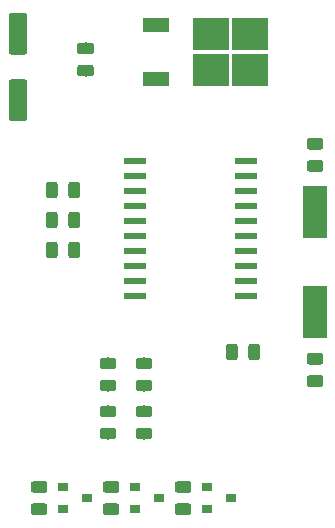
<source format=gbr>
G04 #@! TF.GenerationSoftware,KiCad,Pcbnew,5.0.2+dfsg1-1~bpo9+1*
G04 #@! TF.CreationDate,2019-09-13T19:08:42+10:00*
G04 #@! TF.ProjectId,interface,696e7465-7266-4616-9365-2e6b69636164,rev?*
G04 #@! TF.SameCoordinates,Original*
G04 #@! TF.FileFunction,Paste,Top*
G04 #@! TF.FilePolarity,Positive*
%FSLAX46Y46*%
G04 Gerber Fmt 4.6, Leading zero omitted, Abs format (unit mm)*
G04 Created by KiCad (PCBNEW 5.0.2+dfsg1-1~bpo9+1) date Пт 13 сен 2019 19:08:42*
%MOMM*%
%LPD*%
G01*
G04 APERTURE LIST*
%ADD10R,2.000000X4.500000*%
%ADD11R,1.950000X0.600000*%
%ADD12C,0.100000*%
%ADD13C,0.975000*%
%ADD14R,0.900000X0.800000*%
%ADD15C,1.600000*%
%ADD16R,2.200000X1.200000*%
%ADD17R,3.050000X2.750000*%
G04 APERTURE END LIST*
D10*
G04 #@! TO.C,Y1*
X129286000Y-82990000D03*
X129286000Y-74490000D03*
G04 #@! TD*
D11*
G04 #@! TO.C,IC1*
X123445000Y-81661000D03*
X123445000Y-80391000D03*
X123445000Y-79121000D03*
X123445000Y-77851000D03*
X123445000Y-76581000D03*
X123445000Y-75311000D03*
X123445000Y-74041000D03*
X123445000Y-72771000D03*
X123445000Y-71501000D03*
X123445000Y-70231000D03*
X114045000Y-70231000D03*
X114045000Y-71501000D03*
X114045000Y-72771000D03*
X114045000Y-74041000D03*
X114045000Y-75311000D03*
X114045000Y-76581000D03*
X114045000Y-77851000D03*
X114045000Y-79121000D03*
X114045000Y-80391000D03*
X114045000Y-81661000D03*
G04 #@! TD*
D12*
G04 #@! TO.C,R4*
G36*
X118590142Y-97303674D02*
X118613803Y-97307184D01*
X118637007Y-97312996D01*
X118659529Y-97321054D01*
X118681153Y-97331282D01*
X118701670Y-97343579D01*
X118720883Y-97357829D01*
X118738607Y-97373893D01*
X118754671Y-97391617D01*
X118768921Y-97410830D01*
X118781218Y-97431347D01*
X118791446Y-97452971D01*
X118799504Y-97475493D01*
X118805316Y-97498697D01*
X118808826Y-97522358D01*
X118810000Y-97546250D01*
X118810000Y-98033750D01*
X118808826Y-98057642D01*
X118805316Y-98081303D01*
X118799504Y-98104507D01*
X118791446Y-98127029D01*
X118781218Y-98148653D01*
X118768921Y-98169170D01*
X118754671Y-98188383D01*
X118738607Y-98206107D01*
X118720883Y-98222171D01*
X118701670Y-98236421D01*
X118681153Y-98248718D01*
X118659529Y-98258946D01*
X118637007Y-98267004D01*
X118613803Y-98272816D01*
X118590142Y-98276326D01*
X118566250Y-98277500D01*
X117653750Y-98277500D01*
X117629858Y-98276326D01*
X117606197Y-98272816D01*
X117582993Y-98267004D01*
X117560471Y-98258946D01*
X117538847Y-98248718D01*
X117518330Y-98236421D01*
X117499117Y-98222171D01*
X117481393Y-98206107D01*
X117465329Y-98188383D01*
X117451079Y-98169170D01*
X117438782Y-98148653D01*
X117428554Y-98127029D01*
X117420496Y-98104507D01*
X117414684Y-98081303D01*
X117411174Y-98057642D01*
X117410000Y-98033750D01*
X117410000Y-97546250D01*
X117411174Y-97522358D01*
X117414684Y-97498697D01*
X117420496Y-97475493D01*
X117428554Y-97452971D01*
X117438782Y-97431347D01*
X117451079Y-97410830D01*
X117465329Y-97391617D01*
X117481393Y-97373893D01*
X117499117Y-97357829D01*
X117518330Y-97343579D01*
X117538847Y-97331282D01*
X117560471Y-97321054D01*
X117582993Y-97312996D01*
X117606197Y-97307184D01*
X117629858Y-97303674D01*
X117653750Y-97302500D01*
X118566250Y-97302500D01*
X118590142Y-97303674D01*
X118590142Y-97303674D01*
G37*
D13*
X118110000Y-97790000D03*
D12*
G36*
X118590142Y-99178674D02*
X118613803Y-99182184D01*
X118637007Y-99187996D01*
X118659529Y-99196054D01*
X118681153Y-99206282D01*
X118701670Y-99218579D01*
X118720883Y-99232829D01*
X118738607Y-99248893D01*
X118754671Y-99266617D01*
X118768921Y-99285830D01*
X118781218Y-99306347D01*
X118791446Y-99327971D01*
X118799504Y-99350493D01*
X118805316Y-99373697D01*
X118808826Y-99397358D01*
X118810000Y-99421250D01*
X118810000Y-99908750D01*
X118808826Y-99932642D01*
X118805316Y-99956303D01*
X118799504Y-99979507D01*
X118791446Y-100002029D01*
X118781218Y-100023653D01*
X118768921Y-100044170D01*
X118754671Y-100063383D01*
X118738607Y-100081107D01*
X118720883Y-100097171D01*
X118701670Y-100111421D01*
X118681153Y-100123718D01*
X118659529Y-100133946D01*
X118637007Y-100142004D01*
X118613803Y-100147816D01*
X118590142Y-100151326D01*
X118566250Y-100152500D01*
X117653750Y-100152500D01*
X117629858Y-100151326D01*
X117606197Y-100147816D01*
X117582993Y-100142004D01*
X117560471Y-100133946D01*
X117538847Y-100123718D01*
X117518330Y-100111421D01*
X117499117Y-100097171D01*
X117481393Y-100081107D01*
X117465329Y-100063383D01*
X117451079Y-100044170D01*
X117438782Y-100023653D01*
X117428554Y-100002029D01*
X117420496Y-99979507D01*
X117414684Y-99956303D01*
X117411174Y-99932642D01*
X117410000Y-99908750D01*
X117410000Y-99421250D01*
X117411174Y-99397358D01*
X117414684Y-99373697D01*
X117420496Y-99350493D01*
X117428554Y-99327971D01*
X117438782Y-99306347D01*
X117451079Y-99285830D01*
X117465329Y-99266617D01*
X117481393Y-99248893D01*
X117499117Y-99232829D01*
X117518330Y-99218579D01*
X117538847Y-99206282D01*
X117560471Y-99196054D01*
X117582993Y-99187996D01*
X117606197Y-99182184D01*
X117629858Y-99178674D01*
X117653750Y-99177500D01*
X118566250Y-99177500D01*
X118590142Y-99178674D01*
X118590142Y-99178674D01*
G37*
D13*
X118110000Y-99665000D03*
G04 #@! TD*
D12*
G04 #@! TO.C,D1*
G36*
X112240142Y-86841174D02*
X112263803Y-86844684D01*
X112287007Y-86850496D01*
X112309529Y-86858554D01*
X112331153Y-86868782D01*
X112351670Y-86881079D01*
X112370883Y-86895329D01*
X112388607Y-86911393D01*
X112404671Y-86929117D01*
X112418921Y-86948330D01*
X112431218Y-86968847D01*
X112441446Y-86990471D01*
X112449504Y-87012993D01*
X112455316Y-87036197D01*
X112458826Y-87059858D01*
X112460000Y-87083750D01*
X112460000Y-87571250D01*
X112458826Y-87595142D01*
X112455316Y-87618803D01*
X112449504Y-87642007D01*
X112441446Y-87664529D01*
X112431218Y-87686153D01*
X112418921Y-87706670D01*
X112404671Y-87725883D01*
X112388607Y-87743607D01*
X112370883Y-87759671D01*
X112351670Y-87773921D01*
X112331153Y-87786218D01*
X112309529Y-87796446D01*
X112287007Y-87804504D01*
X112263803Y-87810316D01*
X112240142Y-87813826D01*
X112216250Y-87815000D01*
X111303750Y-87815000D01*
X111279858Y-87813826D01*
X111256197Y-87810316D01*
X111232993Y-87804504D01*
X111210471Y-87796446D01*
X111188847Y-87786218D01*
X111168330Y-87773921D01*
X111149117Y-87759671D01*
X111131393Y-87743607D01*
X111115329Y-87725883D01*
X111101079Y-87706670D01*
X111088782Y-87686153D01*
X111078554Y-87664529D01*
X111070496Y-87642007D01*
X111064684Y-87618803D01*
X111061174Y-87595142D01*
X111060000Y-87571250D01*
X111060000Y-87083750D01*
X111061174Y-87059858D01*
X111064684Y-87036197D01*
X111070496Y-87012993D01*
X111078554Y-86990471D01*
X111088782Y-86968847D01*
X111101079Y-86948330D01*
X111115329Y-86929117D01*
X111131393Y-86911393D01*
X111149117Y-86895329D01*
X111168330Y-86881079D01*
X111188847Y-86868782D01*
X111210471Y-86858554D01*
X111232993Y-86850496D01*
X111256197Y-86844684D01*
X111279858Y-86841174D01*
X111303750Y-86840000D01*
X112216250Y-86840000D01*
X112240142Y-86841174D01*
X112240142Y-86841174D01*
G37*
D13*
X111760000Y-87327500D03*
D12*
G36*
X112240142Y-88716174D02*
X112263803Y-88719684D01*
X112287007Y-88725496D01*
X112309529Y-88733554D01*
X112331153Y-88743782D01*
X112351670Y-88756079D01*
X112370883Y-88770329D01*
X112388607Y-88786393D01*
X112404671Y-88804117D01*
X112418921Y-88823330D01*
X112431218Y-88843847D01*
X112441446Y-88865471D01*
X112449504Y-88887993D01*
X112455316Y-88911197D01*
X112458826Y-88934858D01*
X112460000Y-88958750D01*
X112460000Y-89446250D01*
X112458826Y-89470142D01*
X112455316Y-89493803D01*
X112449504Y-89517007D01*
X112441446Y-89539529D01*
X112431218Y-89561153D01*
X112418921Y-89581670D01*
X112404671Y-89600883D01*
X112388607Y-89618607D01*
X112370883Y-89634671D01*
X112351670Y-89648921D01*
X112331153Y-89661218D01*
X112309529Y-89671446D01*
X112287007Y-89679504D01*
X112263803Y-89685316D01*
X112240142Y-89688826D01*
X112216250Y-89690000D01*
X111303750Y-89690000D01*
X111279858Y-89688826D01*
X111256197Y-89685316D01*
X111232993Y-89679504D01*
X111210471Y-89671446D01*
X111188847Y-89661218D01*
X111168330Y-89648921D01*
X111149117Y-89634671D01*
X111131393Y-89618607D01*
X111115329Y-89600883D01*
X111101079Y-89581670D01*
X111088782Y-89561153D01*
X111078554Y-89539529D01*
X111070496Y-89517007D01*
X111064684Y-89493803D01*
X111061174Y-89470142D01*
X111060000Y-89446250D01*
X111060000Y-88958750D01*
X111061174Y-88934858D01*
X111064684Y-88911197D01*
X111070496Y-88887993D01*
X111078554Y-88865471D01*
X111088782Y-88843847D01*
X111101079Y-88823330D01*
X111115329Y-88804117D01*
X111131393Y-88786393D01*
X111149117Y-88770329D01*
X111168330Y-88756079D01*
X111188847Y-88743782D01*
X111210471Y-88733554D01*
X111232993Y-88725496D01*
X111256197Y-88719684D01*
X111279858Y-88716174D01*
X111303750Y-88715000D01*
X112216250Y-88715000D01*
X112240142Y-88716174D01*
X112240142Y-88716174D01*
G37*
D13*
X111760000Y-89202500D03*
G04 #@! TD*
D12*
G04 #@! TO.C,D2*
G36*
X115288142Y-88716174D02*
X115311803Y-88719684D01*
X115335007Y-88725496D01*
X115357529Y-88733554D01*
X115379153Y-88743782D01*
X115399670Y-88756079D01*
X115418883Y-88770329D01*
X115436607Y-88786393D01*
X115452671Y-88804117D01*
X115466921Y-88823330D01*
X115479218Y-88843847D01*
X115489446Y-88865471D01*
X115497504Y-88887993D01*
X115503316Y-88911197D01*
X115506826Y-88934858D01*
X115508000Y-88958750D01*
X115508000Y-89446250D01*
X115506826Y-89470142D01*
X115503316Y-89493803D01*
X115497504Y-89517007D01*
X115489446Y-89539529D01*
X115479218Y-89561153D01*
X115466921Y-89581670D01*
X115452671Y-89600883D01*
X115436607Y-89618607D01*
X115418883Y-89634671D01*
X115399670Y-89648921D01*
X115379153Y-89661218D01*
X115357529Y-89671446D01*
X115335007Y-89679504D01*
X115311803Y-89685316D01*
X115288142Y-89688826D01*
X115264250Y-89690000D01*
X114351750Y-89690000D01*
X114327858Y-89688826D01*
X114304197Y-89685316D01*
X114280993Y-89679504D01*
X114258471Y-89671446D01*
X114236847Y-89661218D01*
X114216330Y-89648921D01*
X114197117Y-89634671D01*
X114179393Y-89618607D01*
X114163329Y-89600883D01*
X114149079Y-89581670D01*
X114136782Y-89561153D01*
X114126554Y-89539529D01*
X114118496Y-89517007D01*
X114112684Y-89493803D01*
X114109174Y-89470142D01*
X114108000Y-89446250D01*
X114108000Y-88958750D01*
X114109174Y-88934858D01*
X114112684Y-88911197D01*
X114118496Y-88887993D01*
X114126554Y-88865471D01*
X114136782Y-88843847D01*
X114149079Y-88823330D01*
X114163329Y-88804117D01*
X114179393Y-88786393D01*
X114197117Y-88770329D01*
X114216330Y-88756079D01*
X114236847Y-88743782D01*
X114258471Y-88733554D01*
X114280993Y-88725496D01*
X114304197Y-88719684D01*
X114327858Y-88716174D01*
X114351750Y-88715000D01*
X115264250Y-88715000D01*
X115288142Y-88716174D01*
X115288142Y-88716174D01*
G37*
D13*
X114808000Y-89202500D03*
D12*
G36*
X115288142Y-86841174D02*
X115311803Y-86844684D01*
X115335007Y-86850496D01*
X115357529Y-86858554D01*
X115379153Y-86868782D01*
X115399670Y-86881079D01*
X115418883Y-86895329D01*
X115436607Y-86911393D01*
X115452671Y-86929117D01*
X115466921Y-86948330D01*
X115479218Y-86968847D01*
X115489446Y-86990471D01*
X115497504Y-87012993D01*
X115503316Y-87036197D01*
X115506826Y-87059858D01*
X115508000Y-87083750D01*
X115508000Y-87571250D01*
X115506826Y-87595142D01*
X115503316Y-87618803D01*
X115497504Y-87642007D01*
X115489446Y-87664529D01*
X115479218Y-87686153D01*
X115466921Y-87706670D01*
X115452671Y-87725883D01*
X115436607Y-87743607D01*
X115418883Y-87759671D01*
X115399670Y-87773921D01*
X115379153Y-87786218D01*
X115357529Y-87796446D01*
X115335007Y-87804504D01*
X115311803Y-87810316D01*
X115288142Y-87813826D01*
X115264250Y-87815000D01*
X114351750Y-87815000D01*
X114327858Y-87813826D01*
X114304197Y-87810316D01*
X114280993Y-87804504D01*
X114258471Y-87796446D01*
X114236847Y-87786218D01*
X114216330Y-87773921D01*
X114197117Y-87759671D01*
X114179393Y-87743607D01*
X114163329Y-87725883D01*
X114149079Y-87706670D01*
X114136782Y-87686153D01*
X114126554Y-87664529D01*
X114118496Y-87642007D01*
X114112684Y-87618803D01*
X114109174Y-87595142D01*
X114108000Y-87571250D01*
X114108000Y-87083750D01*
X114109174Y-87059858D01*
X114112684Y-87036197D01*
X114118496Y-87012993D01*
X114126554Y-86990471D01*
X114136782Y-86968847D01*
X114149079Y-86948330D01*
X114163329Y-86929117D01*
X114179393Y-86911393D01*
X114197117Y-86895329D01*
X114216330Y-86881079D01*
X114236847Y-86868782D01*
X114258471Y-86858554D01*
X114280993Y-86850496D01*
X114304197Y-86844684D01*
X114327858Y-86841174D01*
X114351750Y-86840000D01*
X115264250Y-86840000D01*
X115288142Y-86841174D01*
X115288142Y-86841174D01*
G37*
D13*
X114808000Y-87327500D03*
G04 #@! TD*
D14*
G04 #@! TO.C,D3*
X120158000Y-97777500D03*
X120158000Y-99677500D03*
X122158000Y-98727500D03*
G04 #@! TD*
G04 #@! TO.C,D5*
X109966000Y-98727500D03*
X107966000Y-99677500D03*
X107966000Y-97777500D03*
G04 #@! TD*
G04 #@! TO.C,D4*
X114062000Y-97777500D03*
X114062000Y-99677500D03*
X116062000Y-98727500D03*
G04 #@! TD*
D12*
G04 #@! TO.C,C4*
G36*
X104714504Y-57681204D02*
X104738773Y-57684804D01*
X104762571Y-57690765D01*
X104785671Y-57699030D01*
X104807849Y-57709520D01*
X104828893Y-57722133D01*
X104848598Y-57736747D01*
X104866777Y-57753223D01*
X104883253Y-57771402D01*
X104897867Y-57791107D01*
X104910480Y-57812151D01*
X104920970Y-57834329D01*
X104929235Y-57857429D01*
X104935196Y-57881227D01*
X104938796Y-57905496D01*
X104940000Y-57930000D01*
X104940000Y-60930000D01*
X104938796Y-60954504D01*
X104935196Y-60978773D01*
X104929235Y-61002571D01*
X104920970Y-61025671D01*
X104910480Y-61047849D01*
X104897867Y-61068893D01*
X104883253Y-61088598D01*
X104866777Y-61106777D01*
X104848598Y-61123253D01*
X104828893Y-61137867D01*
X104807849Y-61150480D01*
X104785671Y-61160970D01*
X104762571Y-61169235D01*
X104738773Y-61175196D01*
X104714504Y-61178796D01*
X104690000Y-61180000D01*
X103590000Y-61180000D01*
X103565496Y-61178796D01*
X103541227Y-61175196D01*
X103517429Y-61169235D01*
X103494329Y-61160970D01*
X103472151Y-61150480D01*
X103451107Y-61137867D01*
X103431402Y-61123253D01*
X103413223Y-61106777D01*
X103396747Y-61088598D01*
X103382133Y-61068893D01*
X103369520Y-61047849D01*
X103359030Y-61025671D01*
X103350765Y-61002571D01*
X103344804Y-60978773D01*
X103341204Y-60954504D01*
X103340000Y-60930000D01*
X103340000Y-57930000D01*
X103341204Y-57905496D01*
X103344804Y-57881227D01*
X103350765Y-57857429D01*
X103359030Y-57834329D01*
X103369520Y-57812151D01*
X103382133Y-57791107D01*
X103396747Y-57771402D01*
X103413223Y-57753223D01*
X103431402Y-57736747D01*
X103451107Y-57722133D01*
X103472151Y-57709520D01*
X103494329Y-57699030D01*
X103517429Y-57690765D01*
X103541227Y-57684804D01*
X103565496Y-57681204D01*
X103590000Y-57680000D01*
X104690000Y-57680000D01*
X104714504Y-57681204D01*
X104714504Y-57681204D01*
G37*
D15*
X104140000Y-59430000D03*
D12*
G36*
X104714504Y-63281204D02*
X104738773Y-63284804D01*
X104762571Y-63290765D01*
X104785671Y-63299030D01*
X104807849Y-63309520D01*
X104828893Y-63322133D01*
X104848598Y-63336747D01*
X104866777Y-63353223D01*
X104883253Y-63371402D01*
X104897867Y-63391107D01*
X104910480Y-63412151D01*
X104920970Y-63434329D01*
X104929235Y-63457429D01*
X104935196Y-63481227D01*
X104938796Y-63505496D01*
X104940000Y-63530000D01*
X104940000Y-66530000D01*
X104938796Y-66554504D01*
X104935196Y-66578773D01*
X104929235Y-66602571D01*
X104920970Y-66625671D01*
X104910480Y-66647849D01*
X104897867Y-66668893D01*
X104883253Y-66688598D01*
X104866777Y-66706777D01*
X104848598Y-66723253D01*
X104828893Y-66737867D01*
X104807849Y-66750480D01*
X104785671Y-66760970D01*
X104762571Y-66769235D01*
X104738773Y-66775196D01*
X104714504Y-66778796D01*
X104690000Y-66780000D01*
X103590000Y-66780000D01*
X103565496Y-66778796D01*
X103541227Y-66775196D01*
X103517429Y-66769235D01*
X103494329Y-66760970D01*
X103472151Y-66750480D01*
X103451107Y-66737867D01*
X103431402Y-66723253D01*
X103413223Y-66706777D01*
X103396747Y-66688598D01*
X103382133Y-66668893D01*
X103369520Y-66647849D01*
X103359030Y-66625671D01*
X103350765Y-66602571D01*
X103344804Y-66578773D01*
X103341204Y-66554504D01*
X103340000Y-66530000D01*
X103340000Y-63530000D01*
X103341204Y-63505496D01*
X103344804Y-63481227D01*
X103350765Y-63457429D01*
X103359030Y-63434329D01*
X103369520Y-63412151D01*
X103382133Y-63391107D01*
X103396747Y-63371402D01*
X103413223Y-63353223D01*
X103431402Y-63336747D01*
X103451107Y-63322133D01*
X103472151Y-63309520D01*
X103494329Y-63299030D01*
X103517429Y-63290765D01*
X103541227Y-63284804D01*
X103565496Y-63281204D01*
X103590000Y-63280000D01*
X104690000Y-63280000D01*
X104714504Y-63281204D01*
X104714504Y-63281204D01*
G37*
D15*
X104140000Y-65030000D03*
G04 #@! TD*
D12*
G04 #@! TO.C,C2*
G36*
X129766142Y-70125674D02*
X129789803Y-70129184D01*
X129813007Y-70134996D01*
X129835529Y-70143054D01*
X129857153Y-70153282D01*
X129877670Y-70165579D01*
X129896883Y-70179829D01*
X129914607Y-70195893D01*
X129930671Y-70213617D01*
X129944921Y-70232830D01*
X129957218Y-70253347D01*
X129967446Y-70274971D01*
X129975504Y-70297493D01*
X129981316Y-70320697D01*
X129984826Y-70344358D01*
X129986000Y-70368250D01*
X129986000Y-70855750D01*
X129984826Y-70879642D01*
X129981316Y-70903303D01*
X129975504Y-70926507D01*
X129967446Y-70949029D01*
X129957218Y-70970653D01*
X129944921Y-70991170D01*
X129930671Y-71010383D01*
X129914607Y-71028107D01*
X129896883Y-71044171D01*
X129877670Y-71058421D01*
X129857153Y-71070718D01*
X129835529Y-71080946D01*
X129813007Y-71089004D01*
X129789803Y-71094816D01*
X129766142Y-71098326D01*
X129742250Y-71099500D01*
X128829750Y-71099500D01*
X128805858Y-71098326D01*
X128782197Y-71094816D01*
X128758993Y-71089004D01*
X128736471Y-71080946D01*
X128714847Y-71070718D01*
X128694330Y-71058421D01*
X128675117Y-71044171D01*
X128657393Y-71028107D01*
X128641329Y-71010383D01*
X128627079Y-70991170D01*
X128614782Y-70970653D01*
X128604554Y-70949029D01*
X128596496Y-70926507D01*
X128590684Y-70903303D01*
X128587174Y-70879642D01*
X128586000Y-70855750D01*
X128586000Y-70368250D01*
X128587174Y-70344358D01*
X128590684Y-70320697D01*
X128596496Y-70297493D01*
X128604554Y-70274971D01*
X128614782Y-70253347D01*
X128627079Y-70232830D01*
X128641329Y-70213617D01*
X128657393Y-70195893D01*
X128675117Y-70179829D01*
X128694330Y-70165579D01*
X128714847Y-70153282D01*
X128736471Y-70143054D01*
X128758993Y-70134996D01*
X128782197Y-70129184D01*
X128805858Y-70125674D01*
X128829750Y-70124500D01*
X129742250Y-70124500D01*
X129766142Y-70125674D01*
X129766142Y-70125674D01*
G37*
D13*
X129286000Y-70612000D03*
D12*
G36*
X129766142Y-68250674D02*
X129789803Y-68254184D01*
X129813007Y-68259996D01*
X129835529Y-68268054D01*
X129857153Y-68278282D01*
X129877670Y-68290579D01*
X129896883Y-68304829D01*
X129914607Y-68320893D01*
X129930671Y-68338617D01*
X129944921Y-68357830D01*
X129957218Y-68378347D01*
X129967446Y-68399971D01*
X129975504Y-68422493D01*
X129981316Y-68445697D01*
X129984826Y-68469358D01*
X129986000Y-68493250D01*
X129986000Y-68980750D01*
X129984826Y-69004642D01*
X129981316Y-69028303D01*
X129975504Y-69051507D01*
X129967446Y-69074029D01*
X129957218Y-69095653D01*
X129944921Y-69116170D01*
X129930671Y-69135383D01*
X129914607Y-69153107D01*
X129896883Y-69169171D01*
X129877670Y-69183421D01*
X129857153Y-69195718D01*
X129835529Y-69205946D01*
X129813007Y-69214004D01*
X129789803Y-69219816D01*
X129766142Y-69223326D01*
X129742250Y-69224500D01*
X128829750Y-69224500D01*
X128805858Y-69223326D01*
X128782197Y-69219816D01*
X128758993Y-69214004D01*
X128736471Y-69205946D01*
X128714847Y-69195718D01*
X128694330Y-69183421D01*
X128675117Y-69169171D01*
X128657393Y-69153107D01*
X128641329Y-69135383D01*
X128627079Y-69116170D01*
X128614782Y-69095653D01*
X128604554Y-69074029D01*
X128596496Y-69051507D01*
X128590684Y-69028303D01*
X128587174Y-69004642D01*
X128586000Y-68980750D01*
X128586000Y-68493250D01*
X128587174Y-68469358D01*
X128590684Y-68445697D01*
X128596496Y-68422493D01*
X128604554Y-68399971D01*
X128614782Y-68378347D01*
X128627079Y-68357830D01*
X128641329Y-68338617D01*
X128657393Y-68320893D01*
X128675117Y-68304829D01*
X128694330Y-68290579D01*
X128714847Y-68278282D01*
X128736471Y-68268054D01*
X128758993Y-68259996D01*
X128782197Y-68254184D01*
X128805858Y-68250674D01*
X128829750Y-68249500D01*
X129742250Y-68249500D01*
X129766142Y-68250674D01*
X129766142Y-68250674D01*
G37*
D13*
X129286000Y-68737000D03*
G04 #@! TD*
D12*
G04 #@! TO.C,C3*
G36*
X110335142Y-62046174D02*
X110358803Y-62049684D01*
X110382007Y-62055496D01*
X110404529Y-62063554D01*
X110426153Y-62073782D01*
X110446670Y-62086079D01*
X110465883Y-62100329D01*
X110483607Y-62116393D01*
X110499671Y-62134117D01*
X110513921Y-62153330D01*
X110526218Y-62173847D01*
X110536446Y-62195471D01*
X110544504Y-62217993D01*
X110550316Y-62241197D01*
X110553826Y-62264858D01*
X110555000Y-62288750D01*
X110555000Y-62776250D01*
X110553826Y-62800142D01*
X110550316Y-62823803D01*
X110544504Y-62847007D01*
X110536446Y-62869529D01*
X110526218Y-62891153D01*
X110513921Y-62911670D01*
X110499671Y-62930883D01*
X110483607Y-62948607D01*
X110465883Y-62964671D01*
X110446670Y-62978921D01*
X110426153Y-62991218D01*
X110404529Y-63001446D01*
X110382007Y-63009504D01*
X110358803Y-63015316D01*
X110335142Y-63018826D01*
X110311250Y-63020000D01*
X109398750Y-63020000D01*
X109374858Y-63018826D01*
X109351197Y-63015316D01*
X109327993Y-63009504D01*
X109305471Y-63001446D01*
X109283847Y-62991218D01*
X109263330Y-62978921D01*
X109244117Y-62964671D01*
X109226393Y-62948607D01*
X109210329Y-62930883D01*
X109196079Y-62911670D01*
X109183782Y-62891153D01*
X109173554Y-62869529D01*
X109165496Y-62847007D01*
X109159684Y-62823803D01*
X109156174Y-62800142D01*
X109155000Y-62776250D01*
X109155000Y-62288750D01*
X109156174Y-62264858D01*
X109159684Y-62241197D01*
X109165496Y-62217993D01*
X109173554Y-62195471D01*
X109183782Y-62173847D01*
X109196079Y-62153330D01*
X109210329Y-62134117D01*
X109226393Y-62116393D01*
X109244117Y-62100329D01*
X109263330Y-62086079D01*
X109283847Y-62073782D01*
X109305471Y-62063554D01*
X109327993Y-62055496D01*
X109351197Y-62049684D01*
X109374858Y-62046174D01*
X109398750Y-62045000D01*
X110311250Y-62045000D01*
X110335142Y-62046174D01*
X110335142Y-62046174D01*
G37*
D13*
X109855000Y-62532500D03*
D12*
G36*
X110335142Y-60171174D02*
X110358803Y-60174684D01*
X110382007Y-60180496D01*
X110404529Y-60188554D01*
X110426153Y-60198782D01*
X110446670Y-60211079D01*
X110465883Y-60225329D01*
X110483607Y-60241393D01*
X110499671Y-60259117D01*
X110513921Y-60278330D01*
X110526218Y-60298847D01*
X110536446Y-60320471D01*
X110544504Y-60342993D01*
X110550316Y-60366197D01*
X110553826Y-60389858D01*
X110555000Y-60413750D01*
X110555000Y-60901250D01*
X110553826Y-60925142D01*
X110550316Y-60948803D01*
X110544504Y-60972007D01*
X110536446Y-60994529D01*
X110526218Y-61016153D01*
X110513921Y-61036670D01*
X110499671Y-61055883D01*
X110483607Y-61073607D01*
X110465883Y-61089671D01*
X110446670Y-61103921D01*
X110426153Y-61116218D01*
X110404529Y-61126446D01*
X110382007Y-61134504D01*
X110358803Y-61140316D01*
X110335142Y-61143826D01*
X110311250Y-61145000D01*
X109398750Y-61145000D01*
X109374858Y-61143826D01*
X109351197Y-61140316D01*
X109327993Y-61134504D01*
X109305471Y-61126446D01*
X109283847Y-61116218D01*
X109263330Y-61103921D01*
X109244117Y-61089671D01*
X109226393Y-61073607D01*
X109210329Y-61055883D01*
X109196079Y-61036670D01*
X109183782Y-61016153D01*
X109173554Y-60994529D01*
X109165496Y-60972007D01*
X109159684Y-60948803D01*
X109156174Y-60925142D01*
X109155000Y-60901250D01*
X109155000Y-60413750D01*
X109156174Y-60389858D01*
X109159684Y-60366197D01*
X109165496Y-60342993D01*
X109173554Y-60320471D01*
X109183782Y-60298847D01*
X109196079Y-60278330D01*
X109210329Y-60259117D01*
X109226393Y-60241393D01*
X109244117Y-60225329D01*
X109263330Y-60211079D01*
X109283847Y-60198782D01*
X109305471Y-60188554D01*
X109327993Y-60180496D01*
X109351197Y-60174684D01*
X109374858Y-60171174D01*
X109398750Y-60170000D01*
X110311250Y-60170000D01*
X110335142Y-60171174D01*
X110335142Y-60171174D01*
G37*
D13*
X109855000Y-60657500D03*
G04 #@! TD*
D12*
G04 #@! TO.C,C1*
G36*
X129766142Y-86460174D02*
X129789803Y-86463684D01*
X129813007Y-86469496D01*
X129835529Y-86477554D01*
X129857153Y-86487782D01*
X129877670Y-86500079D01*
X129896883Y-86514329D01*
X129914607Y-86530393D01*
X129930671Y-86548117D01*
X129944921Y-86567330D01*
X129957218Y-86587847D01*
X129967446Y-86609471D01*
X129975504Y-86631993D01*
X129981316Y-86655197D01*
X129984826Y-86678858D01*
X129986000Y-86702750D01*
X129986000Y-87190250D01*
X129984826Y-87214142D01*
X129981316Y-87237803D01*
X129975504Y-87261007D01*
X129967446Y-87283529D01*
X129957218Y-87305153D01*
X129944921Y-87325670D01*
X129930671Y-87344883D01*
X129914607Y-87362607D01*
X129896883Y-87378671D01*
X129877670Y-87392921D01*
X129857153Y-87405218D01*
X129835529Y-87415446D01*
X129813007Y-87423504D01*
X129789803Y-87429316D01*
X129766142Y-87432826D01*
X129742250Y-87434000D01*
X128829750Y-87434000D01*
X128805858Y-87432826D01*
X128782197Y-87429316D01*
X128758993Y-87423504D01*
X128736471Y-87415446D01*
X128714847Y-87405218D01*
X128694330Y-87392921D01*
X128675117Y-87378671D01*
X128657393Y-87362607D01*
X128641329Y-87344883D01*
X128627079Y-87325670D01*
X128614782Y-87305153D01*
X128604554Y-87283529D01*
X128596496Y-87261007D01*
X128590684Y-87237803D01*
X128587174Y-87214142D01*
X128586000Y-87190250D01*
X128586000Y-86702750D01*
X128587174Y-86678858D01*
X128590684Y-86655197D01*
X128596496Y-86631993D01*
X128604554Y-86609471D01*
X128614782Y-86587847D01*
X128627079Y-86567330D01*
X128641329Y-86548117D01*
X128657393Y-86530393D01*
X128675117Y-86514329D01*
X128694330Y-86500079D01*
X128714847Y-86487782D01*
X128736471Y-86477554D01*
X128758993Y-86469496D01*
X128782197Y-86463684D01*
X128805858Y-86460174D01*
X128829750Y-86459000D01*
X129742250Y-86459000D01*
X129766142Y-86460174D01*
X129766142Y-86460174D01*
G37*
D13*
X129286000Y-86946500D03*
D12*
G36*
X129766142Y-88335174D02*
X129789803Y-88338684D01*
X129813007Y-88344496D01*
X129835529Y-88352554D01*
X129857153Y-88362782D01*
X129877670Y-88375079D01*
X129896883Y-88389329D01*
X129914607Y-88405393D01*
X129930671Y-88423117D01*
X129944921Y-88442330D01*
X129957218Y-88462847D01*
X129967446Y-88484471D01*
X129975504Y-88506993D01*
X129981316Y-88530197D01*
X129984826Y-88553858D01*
X129986000Y-88577750D01*
X129986000Y-89065250D01*
X129984826Y-89089142D01*
X129981316Y-89112803D01*
X129975504Y-89136007D01*
X129967446Y-89158529D01*
X129957218Y-89180153D01*
X129944921Y-89200670D01*
X129930671Y-89219883D01*
X129914607Y-89237607D01*
X129896883Y-89253671D01*
X129877670Y-89267921D01*
X129857153Y-89280218D01*
X129835529Y-89290446D01*
X129813007Y-89298504D01*
X129789803Y-89304316D01*
X129766142Y-89307826D01*
X129742250Y-89309000D01*
X128829750Y-89309000D01*
X128805858Y-89307826D01*
X128782197Y-89304316D01*
X128758993Y-89298504D01*
X128736471Y-89290446D01*
X128714847Y-89280218D01*
X128694330Y-89267921D01*
X128675117Y-89253671D01*
X128657393Y-89237607D01*
X128641329Y-89219883D01*
X128627079Y-89200670D01*
X128614782Y-89180153D01*
X128604554Y-89158529D01*
X128596496Y-89136007D01*
X128590684Y-89112803D01*
X128587174Y-89089142D01*
X128586000Y-89065250D01*
X128586000Y-88577750D01*
X128587174Y-88553858D01*
X128590684Y-88530197D01*
X128596496Y-88506993D01*
X128604554Y-88484471D01*
X128614782Y-88462847D01*
X128627079Y-88442330D01*
X128641329Y-88423117D01*
X128657393Y-88405393D01*
X128675117Y-88389329D01*
X128694330Y-88375079D01*
X128714847Y-88362782D01*
X128736471Y-88352554D01*
X128758993Y-88344496D01*
X128782197Y-88338684D01*
X128805858Y-88335174D01*
X128829750Y-88334000D01*
X129742250Y-88334000D01*
X129766142Y-88335174D01*
X129766142Y-88335174D01*
G37*
D13*
X129286000Y-88821500D03*
G04 #@! TD*
D16*
G04 #@! TO.C,U1*
X115815000Y-58680000D03*
X115815000Y-63240000D03*
D17*
X123790000Y-62485000D03*
X120440000Y-59435000D03*
X123790000Y-59435000D03*
X120440000Y-62485000D03*
G04 #@! TD*
D12*
G04 #@! TO.C,R3*
G36*
X115288142Y-92780174D02*
X115311803Y-92783684D01*
X115335007Y-92789496D01*
X115357529Y-92797554D01*
X115379153Y-92807782D01*
X115399670Y-92820079D01*
X115418883Y-92834329D01*
X115436607Y-92850393D01*
X115452671Y-92868117D01*
X115466921Y-92887330D01*
X115479218Y-92907847D01*
X115489446Y-92929471D01*
X115497504Y-92951993D01*
X115503316Y-92975197D01*
X115506826Y-92998858D01*
X115508000Y-93022750D01*
X115508000Y-93510250D01*
X115506826Y-93534142D01*
X115503316Y-93557803D01*
X115497504Y-93581007D01*
X115489446Y-93603529D01*
X115479218Y-93625153D01*
X115466921Y-93645670D01*
X115452671Y-93664883D01*
X115436607Y-93682607D01*
X115418883Y-93698671D01*
X115399670Y-93712921D01*
X115379153Y-93725218D01*
X115357529Y-93735446D01*
X115335007Y-93743504D01*
X115311803Y-93749316D01*
X115288142Y-93752826D01*
X115264250Y-93754000D01*
X114351750Y-93754000D01*
X114327858Y-93752826D01*
X114304197Y-93749316D01*
X114280993Y-93743504D01*
X114258471Y-93735446D01*
X114236847Y-93725218D01*
X114216330Y-93712921D01*
X114197117Y-93698671D01*
X114179393Y-93682607D01*
X114163329Y-93664883D01*
X114149079Y-93645670D01*
X114136782Y-93625153D01*
X114126554Y-93603529D01*
X114118496Y-93581007D01*
X114112684Y-93557803D01*
X114109174Y-93534142D01*
X114108000Y-93510250D01*
X114108000Y-93022750D01*
X114109174Y-92998858D01*
X114112684Y-92975197D01*
X114118496Y-92951993D01*
X114126554Y-92929471D01*
X114136782Y-92907847D01*
X114149079Y-92887330D01*
X114163329Y-92868117D01*
X114179393Y-92850393D01*
X114197117Y-92834329D01*
X114216330Y-92820079D01*
X114236847Y-92807782D01*
X114258471Y-92797554D01*
X114280993Y-92789496D01*
X114304197Y-92783684D01*
X114327858Y-92780174D01*
X114351750Y-92779000D01*
X115264250Y-92779000D01*
X115288142Y-92780174D01*
X115288142Y-92780174D01*
G37*
D13*
X114808000Y-93266500D03*
D12*
G36*
X115288142Y-90905174D02*
X115311803Y-90908684D01*
X115335007Y-90914496D01*
X115357529Y-90922554D01*
X115379153Y-90932782D01*
X115399670Y-90945079D01*
X115418883Y-90959329D01*
X115436607Y-90975393D01*
X115452671Y-90993117D01*
X115466921Y-91012330D01*
X115479218Y-91032847D01*
X115489446Y-91054471D01*
X115497504Y-91076993D01*
X115503316Y-91100197D01*
X115506826Y-91123858D01*
X115508000Y-91147750D01*
X115508000Y-91635250D01*
X115506826Y-91659142D01*
X115503316Y-91682803D01*
X115497504Y-91706007D01*
X115489446Y-91728529D01*
X115479218Y-91750153D01*
X115466921Y-91770670D01*
X115452671Y-91789883D01*
X115436607Y-91807607D01*
X115418883Y-91823671D01*
X115399670Y-91837921D01*
X115379153Y-91850218D01*
X115357529Y-91860446D01*
X115335007Y-91868504D01*
X115311803Y-91874316D01*
X115288142Y-91877826D01*
X115264250Y-91879000D01*
X114351750Y-91879000D01*
X114327858Y-91877826D01*
X114304197Y-91874316D01*
X114280993Y-91868504D01*
X114258471Y-91860446D01*
X114236847Y-91850218D01*
X114216330Y-91837921D01*
X114197117Y-91823671D01*
X114179393Y-91807607D01*
X114163329Y-91789883D01*
X114149079Y-91770670D01*
X114136782Y-91750153D01*
X114126554Y-91728529D01*
X114118496Y-91706007D01*
X114112684Y-91682803D01*
X114109174Y-91659142D01*
X114108000Y-91635250D01*
X114108000Y-91147750D01*
X114109174Y-91123858D01*
X114112684Y-91100197D01*
X114118496Y-91076993D01*
X114126554Y-91054471D01*
X114136782Y-91032847D01*
X114149079Y-91012330D01*
X114163329Y-90993117D01*
X114179393Y-90975393D01*
X114197117Y-90959329D01*
X114216330Y-90945079D01*
X114236847Y-90932782D01*
X114258471Y-90922554D01*
X114280993Y-90914496D01*
X114304197Y-90908684D01*
X114327858Y-90905174D01*
X114351750Y-90904000D01*
X115264250Y-90904000D01*
X115288142Y-90905174D01*
X115288142Y-90905174D01*
G37*
D13*
X114808000Y-91391500D03*
G04 #@! TD*
D12*
G04 #@! TO.C,R2*
G36*
X112240142Y-90905174D02*
X112263803Y-90908684D01*
X112287007Y-90914496D01*
X112309529Y-90922554D01*
X112331153Y-90932782D01*
X112351670Y-90945079D01*
X112370883Y-90959329D01*
X112388607Y-90975393D01*
X112404671Y-90993117D01*
X112418921Y-91012330D01*
X112431218Y-91032847D01*
X112441446Y-91054471D01*
X112449504Y-91076993D01*
X112455316Y-91100197D01*
X112458826Y-91123858D01*
X112460000Y-91147750D01*
X112460000Y-91635250D01*
X112458826Y-91659142D01*
X112455316Y-91682803D01*
X112449504Y-91706007D01*
X112441446Y-91728529D01*
X112431218Y-91750153D01*
X112418921Y-91770670D01*
X112404671Y-91789883D01*
X112388607Y-91807607D01*
X112370883Y-91823671D01*
X112351670Y-91837921D01*
X112331153Y-91850218D01*
X112309529Y-91860446D01*
X112287007Y-91868504D01*
X112263803Y-91874316D01*
X112240142Y-91877826D01*
X112216250Y-91879000D01*
X111303750Y-91879000D01*
X111279858Y-91877826D01*
X111256197Y-91874316D01*
X111232993Y-91868504D01*
X111210471Y-91860446D01*
X111188847Y-91850218D01*
X111168330Y-91837921D01*
X111149117Y-91823671D01*
X111131393Y-91807607D01*
X111115329Y-91789883D01*
X111101079Y-91770670D01*
X111088782Y-91750153D01*
X111078554Y-91728529D01*
X111070496Y-91706007D01*
X111064684Y-91682803D01*
X111061174Y-91659142D01*
X111060000Y-91635250D01*
X111060000Y-91147750D01*
X111061174Y-91123858D01*
X111064684Y-91100197D01*
X111070496Y-91076993D01*
X111078554Y-91054471D01*
X111088782Y-91032847D01*
X111101079Y-91012330D01*
X111115329Y-90993117D01*
X111131393Y-90975393D01*
X111149117Y-90959329D01*
X111168330Y-90945079D01*
X111188847Y-90932782D01*
X111210471Y-90922554D01*
X111232993Y-90914496D01*
X111256197Y-90908684D01*
X111279858Y-90905174D01*
X111303750Y-90904000D01*
X112216250Y-90904000D01*
X112240142Y-90905174D01*
X112240142Y-90905174D01*
G37*
D13*
X111760000Y-91391500D03*
D12*
G36*
X112240142Y-92780174D02*
X112263803Y-92783684D01*
X112287007Y-92789496D01*
X112309529Y-92797554D01*
X112331153Y-92807782D01*
X112351670Y-92820079D01*
X112370883Y-92834329D01*
X112388607Y-92850393D01*
X112404671Y-92868117D01*
X112418921Y-92887330D01*
X112431218Y-92907847D01*
X112441446Y-92929471D01*
X112449504Y-92951993D01*
X112455316Y-92975197D01*
X112458826Y-92998858D01*
X112460000Y-93022750D01*
X112460000Y-93510250D01*
X112458826Y-93534142D01*
X112455316Y-93557803D01*
X112449504Y-93581007D01*
X112441446Y-93603529D01*
X112431218Y-93625153D01*
X112418921Y-93645670D01*
X112404671Y-93664883D01*
X112388607Y-93682607D01*
X112370883Y-93698671D01*
X112351670Y-93712921D01*
X112331153Y-93725218D01*
X112309529Y-93735446D01*
X112287007Y-93743504D01*
X112263803Y-93749316D01*
X112240142Y-93752826D01*
X112216250Y-93754000D01*
X111303750Y-93754000D01*
X111279858Y-93752826D01*
X111256197Y-93749316D01*
X111232993Y-93743504D01*
X111210471Y-93735446D01*
X111188847Y-93725218D01*
X111168330Y-93712921D01*
X111149117Y-93698671D01*
X111131393Y-93682607D01*
X111115329Y-93664883D01*
X111101079Y-93645670D01*
X111088782Y-93625153D01*
X111078554Y-93603529D01*
X111070496Y-93581007D01*
X111064684Y-93557803D01*
X111061174Y-93534142D01*
X111060000Y-93510250D01*
X111060000Y-93022750D01*
X111061174Y-92998858D01*
X111064684Y-92975197D01*
X111070496Y-92951993D01*
X111078554Y-92929471D01*
X111088782Y-92907847D01*
X111101079Y-92887330D01*
X111115329Y-92868117D01*
X111131393Y-92850393D01*
X111149117Y-92834329D01*
X111168330Y-92820079D01*
X111188847Y-92807782D01*
X111210471Y-92797554D01*
X111232993Y-92789496D01*
X111256197Y-92783684D01*
X111279858Y-92780174D01*
X111303750Y-92779000D01*
X112216250Y-92779000D01*
X112240142Y-92780174D01*
X112240142Y-92780174D01*
G37*
D13*
X111760000Y-93266500D03*
G04 #@! TD*
D12*
G04 #@! TO.C,R1*
G36*
X124395142Y-85661174D02*
X124418803Y-85664684D01*
X124442007Y-85670496D01*
X124464529Y-85678554D01*
X124486153Y-85688782D01*
X124506670Y-85701079D01*
X124525883Y-85715329D01*
X124543607Y-85731393D01*
X124559671Y-85749117D01*
X124573921Y-85768330D01*
X124586218Y-85788847D01*
X124596446Y-85810471D01*
X124604504Y-85832993D01*
X124610316Y-85856197D01*
X124613826Y-85879858D01*
X124615000Y-85903750D01*
X124615000Y-86816250D01*
X124613826Y-86840142D01*
X124610316Y-86863803D01*
X124604504Y-86887007D01*
X124596446Y-86909529D01*
X124586218Y-86931153D01*
X124573921Y-86951670D01*
X124559671Y-86970883D01*
X124543607Y-86988607D01*
X124525883Y-87004671D01*
X124506670Y-87018921D01*
X124486153Y-87031218D01*
X124464529Y-87041446D01*
X124442007Y-87049504D01*
X124418803Y-87055316D01*
X124395142Y-87058826D01*
X124371250Y-87060000D01*
X123883750Y-87060000D01*
X123859858Y-87058826D01*
X123836197Y-87055316D01*
X123812993Y-87049504D01*
X123790471Y-87041446D01*
X123768847Y-87031218D01*
X123748330Y-87018921D01*
X123729117Y-87004671D01*
X123711393Y-86988607D01*
X123695329Y-86970883D01*
X123681079Y-86951670D01*
X123668782Y-86931153D01*
X123658554Y-86909529D01*
X123650496Y-86887007D01*
X123644684Y-86863803D01*
X123641174Y-86840142D01*
X123640000Y-86816250D01*
X123640000Y-85903750D01*
X123641174Y-85879858D01*
X123644684Y-85856197D01*
X123650496Y-85832993D01*
X123658554Y-85810471D01*
X123668782Y-85788847D01*
X123681079Y-85768330D01*
X123695329Y-85749117D01*
X123711393Y-85731393D01*
X123729117Y-85715329D01*
X123748330Y-85701079D01*
X123768847Y-85688782D01*
X123790471Y-85678554D01*
X123812993Y-85670496D01*
X123836197Y-85664684D01*
X123859858Y-85661174D01*
X123883750Y-85660000D01*
X124371250Y-85660000D01*
X124395142Y-85661174D01*
X124395142Y-85661174D01*
G37*
D13*
X124127500Y-86360000D03*
D12*
G36*
X122520142Y-85661174D02*
X122543803Y-85664684D01*
X122567007Y-85670496D01*
X122589529Y-85678554D01*
X122611153Y-85688782D01*
X122631670Y-85701079D01*
X122650883Y-85715329D01*
X122668607Y-85731393D01*
X122684671Y-85749117D01*
X122698921Y-85768330D01*
X122711218Y-85788847D01*
X122721446Y-85810471D01*
X122729504Y-85832993D01*
X122735316Y-85856197D01*
X122738826Y-85879858D01*
X122740000Y-85903750D01*
X122740000Y-86816250D01*
X122738826Y-86840142D01*
X122735316Y-86863803D01*
X122729504Y-86887007D01*
X122721446Y-86909529D01*
X122711218Y-86931153D01*
X122698921Y-86951670D01*
X122684671Y-86970883D01*
X122668607Y-86988607D01*
X122650883Y-87004671D01*
X122631670Y-87018921D01*
X122611153Y-87031218D01*
X122589529Y-87041446D01*
X122567007Y-87049504D01*
X122543803Y-87055316D01*
X122520142Y-87058826D01*
X122496250Y-87060000D01*
X122008750Y-87060000D01*
X121984858Y-87058826D01*
X121961197Y-87055316D01*
X121937993Y-87049504D01*
X121915471Y-87041446D01*
X121893847Y-87031218D01*
X121873330Y-87018921D01*
X121854117Y-87004671D01*
X121836393Y-86988607D01*
X121820329Y-86970883D01*
X121806079Y-86951670D01*
X121793782Y-86931153D01*
X121783554Y-86909529D01*
X121775496Y-86887007D01*
X121769684Y-86863803D01*
X121766174Y-86840142D01*
X121765000Y-86816250D01*
X121765000Y-85903750D01*
X121766174Y-85879858D01*
X121769684Y-85856197D01*
X121775496Y-85832993D01*
X121783554Y-85810471D01*
X121793782Y-85788847D01*
X121806079Y-85768330D01*
X121820329Y-85749117D01*
X121836393Y-85731393D01*
X121854117Y-85715329D01*
X121873330Y-85701079D01*
X121893847Y-85688782D01*
X121915471Y-85678554D01*
X121937993Y-85670496D01*
X121961197Y-85664684D01*
X121984858Y-85661174D01*
X122008750Y-85660000D01*
X122496250Y-85660000D01*
X122520142Y-85661174D01*
X122520142Y-85661174D01*
G37*
D13*
X122252500Y-86360000D03*
G04 #@! TD*
D12*
G04 #@! TO.C,R6*
G36*
X106398142Y-97303674D02*
X106421803Y-97307184D01*
X106445007Y-97312996D01*
X106467529Y-97321054D01*
X106489153Y-97331282D01*
X106509670Y-97343579D01*
X106528883Y-97357829D01*
X106546607Y-97373893D01*
X106562671Y-97391617D01*
X106576921Y-97410830D01*
X106589218Y-97431347D01*
X106599446Y-97452971D01*
X106607504Y-97475493D01*
X106613316Y-97498697D01*
X106616826Y-97522358D01*
X106618000Y-97546250D01*
X106618000Y-98033750D01*
X106616826Y-98057642D01*
X106613316Y-98081303D01*
X106607504Y-98104507D01*
X106599446Y-98127029D01*
X106589218Y-98148653D01*
X106576921Y-98169170D01*
X106562671Y-98188383D01*
X106546607Y-98206107D01*
X106528883Y-98222171D01*
X106509670Y-98236421D01*
X106489153Y-98248718D01*
X106467529Y-98258946D01*
X106445007Y-98267004D01*
X106421803Y-98272816D01*
X106398142Y-98276326D01*
X106374250Y-98277500D01*
X105461750Y-98277500D01*
X105437858Y-98276326D01*
X105414197Y-98272816D01*
X105390993Y-98267004D01*
X105368471Y-98258946D01*
X105346847Y-98248718D01*
X105326330Y-98236421D01*
X105307117Y-98222171D01*
X105289393Y-98206107D01*
X105273329Y-98188383D01*
X105259079Y-98169170D01*
X105246782Y-98148653D01*
X105236554Y-98127029D01*
X105228496Y-98104507D01*
X105222684Y-98081303D01*
X105219174Y-98057642D01*
X105218000Y-98033750D01*
X105218000Y-97546250D01*
X105219174Y-97522358D01*
X105222684Y-97498697D01*
X105228496Y-97475493D01*
X105236554Y-97452971D01*
X105246782Y-97431347D01*
X105259079Y-97410830D01*
X105273329Y-97391617D01*
X105289393Y-97373893D01*
X105307117Y-97357829D01*
X105326330Y-97343579D01*
X105346847Y-97331282D01*
X105368471Y-97321054D01*
X105390993Y-97312996D01*
X105414197Y-97307184D01*
X105437858Y-97303674D01*
X105461750Y-97302500D01*
X106374250Y-97302500D01*
X106398142Y-97303674D01*
X106398142Y-97303674D01*
G37*
D13*
X105918000Y-97790000D03*
D12*
G36*
X106398142Y-99178674D02*
X106421803Y-99182184D01*
X106445007Y-99187996D01*
X106467529Y-99196054D01*
X106489153Y-99206282D01*
X106509670Y-99218579D01*
X106528883Y-99232829D01*
X106546607Y-99248893D01*
X106562671Y-99266617D01*
X106576921Y-99285830D01*
X106589218Y-99306347D01*
X106599446Y-99327971D01*
X106607504Y-99350493D01*
X106613316Y-99373697D01*
X106616826Y-99397358D01*
X106618000Y-99421250D01*
X106618000Y-99908750D01*
X106616826Y-99932642D01*
X106613316Y-99956303D01*
X106607504Y-99979507D01*
X106599446Y-100002029D01*
X106589218Y-100023653D01*
X106576921Y-100044170D01*
X106562671Y-100063383D01*
X106546607Y-100081107D01*
X106528883Y-100097171D01*
X106509670Y-100111421D01*
X106489153Y-100123718D01*
X106467529Y-100133946D01*
X106445007Y-100142004D01*
X106421803Y-100147816D01*
X106398142Y-100151326D01*
X106374250Y-100152500D01*
X105461750Y-100152500D01*
X105437858Y-100151326D01*
X105414197Y-100147816D01*
X105390993Y-100142004D01*
X105368471Y-100133946D01*
X105346847Y-100123718D01*
X105326330Y-100111421D01*
X105307117Y-100097171D01*
X105289393Y-100081107D01*
X105273329Y-100063383D01*
X105259079Y-100044170D01*
X105246782Y-100023653D01*
X105236554Y-100002029D01*
X105228496Y-99979507D01*
X105222684Y-99956303D01*
X105219174Y-99932642D01*
X105218000Y-99908750D01*
X105218000Y-99421250D01*
X105219174Y-99397358D01*
X105222684Y-99373697D01*
X105228496Y-99350493D01*
X105236554Y-99327971D01*
X105246782Y-99306347D01*
X105259079Y-99285830D01*
X105273329Y-99266617D01*
X105289393Y-99248893D01*
X105307117Y-99232829D01*
X105326330Y-99218579D01*
X105346847Y-99206282D01*
X105368471Y-99196054D01*
X105390993Y-99187996D01*
X105414197Y-99182184D01*
X105437858Y-99178674D01*
X105461750Y-99177500D01*
X106374250Y-99177500D01*
X106398142Y-99178674D01*
X106398142Y-99178674D01*
G37*
D13*
X105918000Y-99665000D03*
G04 #@! TD*
D12*
G04 #@! TO.C,R7*
G36*
X109155142Y-71945174D02*
X109178803Y-71948684D01*
X109202007Y-71954496D01*
X109224529Y-71962554D01*
X109246153Y-71972782D01*
X109266670Y-71985079D01*
X109285883Y-71999329D01*
X109303607Y-72015393D01*
X109319671Y-72033117D01*
X109333921Y-72052330D01*
X109346218Y-72072847D01*
X109356446Y-72094471D01*
X109364504Y-72116993D01*
X109370316Y-72140197D01*
X109373826Y-72163858D01*
X109375000Y-72187750D01*
X109375000Y-73100250D01*
X109373826Y-73124142D01*
X109370316Y-73147803D01*
X109364504Y-73171007D01*
X109356446Y-73193529D01*
X109346218Y-73215153D01*
X109333921Y-73235670D01*
X109319671Y-73254883D01*
X109303607Y-73272607D01*
X109285883Y-73288671D01*
X109266670Y-73302921D01*
X109246153Y-73315218D01*
X109224529Y-73325446D01*
X109202007Y-73333504D01*
X109178803Y-73339316D01*
X109155142Y-73342826D01*
X109131250Y-73344000D01*
X108643750Y-73344000D01*
X108619858Y-73342826D01*
X108596197Y-73339316D01*
X108572993Y-73333504D01*
X108550471Y-73325446D01*
X108528847Y-73315218D01*
X108508330Y-73302921D01*
X108489117Y-73288671D01*
X108471393Y-73272607D01*
X108455329Y-73254883D01*
X108441079Y-73235670D01*
X108428782Y-73215153D01*
X108418554Y-73193529D01*
X108410496Y-73171007D01*
X108404684Y-73147803D01*
X108401174Y-73124142D01*
X108400000Y-73100250D01*
X108400000Y-72187750D01*
X108401174Y-72163858D01*
X108404684Y-72140197D01*
X108410496Y-72116993D01*
X108418554Y-72094471D01*
X108428782Y-72072847D01*
X108441079Y-72052330D01*
X108455329Y-72033117D01*
X108471393Y-72015393D01*
X108489117Y-71999329D01*
X108508330Y-71985079D01*
X108528847Y-71972782D01*
X108550471Y-71962554D01*
X108572993Y-71954496D01*
X108596197Y-71948684D01*
X108619858Y-71945174D01*
X108643750Y-71944000D01*
X109131250Y-71944000D01*
X109155142Y-71945174D01*
X109155142Y-71945174D01*
G37*
D13*
X108887500Y-72644000D03*
D12*
G36*
X107280142Y-71945174D02*
X107303803Y-71948684D01*
X107327007Y-71954496D01*
X107349529Y-71962554D01*
X107371153Y-71972782D01*
X107391670Y-71985079D01*
X107410883Y-71999329D01*
X107428607Y-72015393D01*
X107444671Y-72033117D01*
X107458921Y-72052330D01*
X107471218Y-72072847D01*
X107481446Y-72094471D01*
X107489504Y-72116993D01*
X107495316Y-72140197D01*
X107498826Y-72163858D01*
X107500000Y-72187750D01*
X107500000Y-73100250D01*
X107498826Y-73124142D01*
X107495316Y-73147803D01*
X107489504Y-73171007D01*
X107481446Y-73193529D01*
X107471218Y-73215153D01*
X107458921Y-73235670D01*
X107444671Y-73254883D01*
X107428607Y-73272607D01*
X107410883Y-73288671D01*
X107391670Y-73302921D01*
X107371153Y-73315218D01*
X107349529Y-73325446D01*
X107327007Y-73333504D01*
X107303803Y-73339316D01*
X107280142Y-73342826D01*
X107256250Y-73344000D01*
X106768750Y-73344000D01*
X106744858Y-73342826D01*
X106721197Y-73339316D01*
X106697993Y-73333504D01*
X106675471Y-73325446D01*
X106653847Y-73315218D01*
X106633330Y-73302921D01*
X106614117Y-73288671D01*
X106596393Y-73272607D01*
X106580329Y-73254883D01*
X106566079Y-73235670D01*
X106553782Y-73215153D01*
X106543554Y-73193529D01*
X106535496Y-73171007D01*
X106529684Y-73147803D01*
X106526174Y-73124142D01*
X106525000Y-73100250D01*
X106525000Y-72187750D01*
X106526174Y-72163858D01*
X106529684Y-72140197D01*
X106535496Y-72116993D01*
X106543554Y-72094471D01*
X106553782Y-72072847D01*
X106566079Y-72052330D01*
X106580329Y-72033117D01*
X106596393Y-72015393D01*
X106614117Y-71999329D01*
X106633330Y-71985079D01*
X106653847Y-71972782D01*
X106675471Y-71962554D01*
X106697993Y-71954496D01*
X106721197Y-71948684D01*
X106744858Y-71945174D01*
X106768750Y-71944000D01*
X107256250Y-71944000D01*
X107280142Y-71945174D01*
X107280142Y-71945174D01*
G37*
D13*
X107012500Y-72644000D03*
G04 #@! TD*
D12*
G04 #@! TO.C,R8*
G36*
X107280142Y-74485174D02*
X107303803Y-74488684D01*
X107327007Y-74494496D01*
X107349529Y-74502554D01*
X107371153Y-74512782D01*
X107391670Y-74525079D01*
X107410883Y-74539329D01*
X107428607Y-74555393D01*
X107444671Y-74573117D01*
X107458921Y-74592330D01*
X107471218Y-74612847D01*
X107481446Y-74634471D01*
X107489504Y-74656993D01*
X107495316Y-74680197D01*
X107498826Y-74703858D01*
X107500000Y-74727750D01*
X107500000Y-75640250D01*
X107498826Y-75664142D01*
X107495316Y-75687803D01*
X107489504Y-75711007D01*
X107481446Y-75733529D01*
X107471218Y-75755153D01*
X107458921Y-75775670D01*
X107444671Y-75794883D01*
X107428607Y-75812607D01*
X107410883Y-75828671D01*
X107391670Y-75842921D01*
X107371153Y-75855218D01*
X107349529Y-75865446D01*
X107327007Y-75873504D01*
X107303803Y-75879316D01*
X107280142Y-75882826D01*
X107256250Y-75884000D01*
X106768750Y-75884000D01*
X106744858Y-75882826D01*
X106721197Y-75879316D01*
X106697993Y-75873504D01*
X106675471Y-75865446D01*
X106653847Y-75855218D01*
X106633330Y-75842921D01*
X106614117Y-75828671D01*
X106596393Y-75812607D01*
X106580329Y-75794883D01*
X106566079Y-75775670D01*
X106553782Y-75755153D01*
X106543554Y-75733529D01*
X106535496Y-75711007D01*
X106529684Y-75687803D01*
X106526174Y-75664142D01*
X106525000Y-75640250D01*
X106525000Y-74727750D01*
X106526174Y-74703858D01*
X106529684Y-74680197D01*
X106535496Y-74656993D01*
X106543554Y-74634471D01*
X106553782Y-74612847D01*
X106566079Y-74592330D01*
X106580329Y-74573117D01*
X106596393Y-74555393D01*
X106614117Y-74539329D01*
X106633330Y-74525079D01*
X106653847Y-74512782D01*
X106675471Y-74502554D01*
X106697993Y-74494496D01*
X106721197Y-74488684D01*
X106744858Y-74485174D01*
X106768750Y-74484000D01*
X107256250Y-74484000D01*
X107280142Y-74485174D01*
X107280142Y-74485174D01*
G37*
D13*
X107012500Y-75184000D03*
D12*
G36*
X109155142Y-74485174D02*
X109178803Y-74488684D01*
X109202007Y-74494496D01*
X109224529Y-74502554D01*
X109246153Y-74512782D01*
X109266670Y-74525079D01*
X109285883Y-74539329D01*
X109303607Y-74555393D01*
X109319671Y-74573117D01*
X109333921Y-74592330D01*
X109346218Y-74612847D01*
X109356446Y-74634471D01*
X109364504Y-74656993D01*
X109370316Y-74680197D01*
X109373826Y-74703858D01*
X109375000Y-74727750D01*
X109375000Y-75640250D01*
X109373826Y-75664142D01*
X109370316Y-75687803D01*
X109364504Y-75711007D01*
X109356446Y-75733529D01*
X109346218Y-75755153D01*
X109333921Y-75775670D01*
X109319671Y-75794883D01*
X109303607Y-75812607D01*
X109285883Y-75828671D01*
X109266670Y-75842921D01*
X109246153Y-75855218D01*
X109224529Y-75865446D01*
X109202007Y-75873504D01*
X109178803Y-75879316D01*
X109155142Y-75882826D01*
X109131250Y-75884000D01*
X108643750Y-75884000D01*
X108619858Y-75882826D01*
X108596197Y-75879316D01*
X108572993Y-75873504D01*
X108550471Y-75865446D01*
X108528847Y-75855218D01*
X108508330Y-75842921D01*
X108489117Y-75828671D01*
X108471393Y-75812607D01*
X108455329Y-75794883D01*
X108441079Y-75775670D01*
X108428782Y-75755153D01*
X108418554Y-75733529D01*
X108410496Y-75711007D01*
X108404684Y-75687803D01*
X108401174Y-75664142D01*
X108400000Y-75640250D01*
X108400000Y-74727750D01*
X108401174Y-74703858D01*
X108404684Y-74680197D01*
X108410496Y-74656993D01*
X108418554Y-74634471D01*
X108428782Y-74612847D01*
X108441079Y-74592330D01*
X108455329Y-74573117D01*
X108471393Y-74555393D01*
X108489117Y-74539329D01*
X108508330Y-74525079D01*
X108528847Y-74512782D01*
X108550471Y-74502554D01*
X108572993Y-74494496D01*
X108596197Y-74488684D01*
X108619858Y-74485174D01*
X108643750Y-74484000D01*
X109131250Y-74484000D01*
X109155142Y-74485174D01*
X109155142Y-74485174D01*
G37*
D13*
X108887500Y-75184000D03*
G04 #@! TD*
D12*
G04 #@! TO.C,R9*
G36*
X109155142Y-77025174D02*
X109178803Y-77028684D01*
X109202007Y-77034496D01*
X109224529Y-77042554D01*
X109246153Y-77052782D01*
X109266670Y-77065079D01*
X109285883Y-77079329D01*
X109303607Y-77095393D01*
X109319671Y-77113117D01*
X109333921Y-77132330D01*
X109346218Y-77152847D01*
X109356446Y-77174471D01*
X109364504Y-77196993D01*
X109370316Y-77220197D01*
X109373826Y-77243858D01*
X109375000Y-77267750D01*
X109375000Y-78180250D01*
X109373826Y-78204142D01*
X109370316Y-78227803D01*
X109364504Y-78251007D01*
X109356446Y-78273529D01*
X109346218Y-78295153D01*
X109333921Y-78315670D01*
X109319671Y-78334883D01*
X109303607Y-78352607D01*
X109285883Y-78368671D01*
X109266670Y-78382921D01*
X109246153Y-78395218D01*
X109224529Y-78405446D01*
X109202007Y-78413504D01*
X109178803Y-78419316D01*
X109155142Y-78422826D01*
X109131250Y-78424000D01*
X108643750Y-78424000D01*
X108619858Y-78422826D01*
X108596197Y-78419316D01*
X108572993Y-78413504D01*
X108550471Y-78405446D01*
X108528847Y-78395218D01*
X108508330Y-78382921D01*
X108489117Y-78368671D01*
X108471393Y-78352607D01*
X108455329Y-78334883D01*
X108441079Y-78315670D01*
X108428782Y-78295153D01*
X108418554Y-78273529D01*
X108410496Y-78251007D01*
X108404684Y-78227803D01*
X108401174Y-78204142D01*
X108400000Y-78180250D01*
X108400000Y-77267750D01*
X108401174Y-77243858D01*
X108404684Y-77220197D01*
X108410496Y-77196993D01*
X108418554Y-77174471D01*
X108428782Y-77152847D01*
X108441079Y-77132330D01*
X108455329Y-77113117D01*
X108471393Y-77095393D01*
X108489117Y-77079329D01*
X108508330Y-77065079D01*
X108528847Y-77052782D01*
X108550471Y-77042554D01*
X108572993Y-77034496D01*
X108596197Y-77028684D01*
X108619858Y-77025174D01*
X108643750Y-77024000D01*
X109131250Y-77024000D01*
X109155142Y-77025174D01*
X109155142Y-77025174D01*
G37*
D13*
X108887500Y-77724000D03*
D12*
G36*
X107280142Y-77025174D02*
X107303803Y-77028684D01*
X107327007Y-77034496D01*
X107349529Y-77042554D01*
X107371153Y-77052782D01*
X107391670Y-77065079D01*
X107410883Y-77079329D01*
X107428607Y-77095393D01*
X107444671Y-77113117D01*
X107458921Y-77132330D01*
X107471218Y-77152847D01*
X107481446Y-77174471D01*
X107489504Y-77196993D01*
X107495316Y-77220197D01*
X107498826Y-77243858D01*
X107500000Y-77267750D01*
X107500000Y-78180250D01*
X107498826Y-78204142D01*
X107495316Y-78227803D01*
X107489504Y-78251007D01*
X107481446Y-78273529D01*
X107471218Y-78295153D01*
X107458921Y-78315670D01*
X107444671Y-78334883D01*
X107428607Y-78352607D01*
X107410883Y-78368671D01*
X107391670Y-78382921D01*
X107371153Y-78395218D01*
X107349529Y-78405446D01*
X107327007Y-78413504D01*
X107303803Y-78419316D01*
X107280142Y-78422826D01*
X107256250Y-78424000D01*
X106768750Y-78424000D01*
X106744858Y-78422826D01*
X106721197Y-78419316D01*
X106697993Y-78413504D01*
X106675471Y-78405446D01*
X106653847Y-78395218D01*
X106633330Y-78382921D01*
X106614117Y-78368671D01*
X106596393Y-78352607D01*
X106580329Y-78334883D01*
X106566079Y-78315670D01*
X106553782Y-78295153D01*
X106543554Y-78273529D01*
X106535496Y-78251007D01*
X106529684Y-78227803D01*
X106526174Y-78204142D01*
X106525000Y-78180250D01*
X106525000Y-77267750D01*
X106526174Y-77243858D01*
X106529684Y-77220197D01*
X106535496Y-77196993D01*
X106543554Y-77174471D01*
X106553782Y-77152847D01*
X106566079Y-77132330D01*
X106580329Y-77113117D01*
X106596393Y-77095393D01*
X106614117Y-77079329D01*
X106633330Y-77065079D01*
X106653847Y-77052782D01*
X106675471Y-77042554D01*
X106697993Y-77034496D01*
X106721197Y-77028684D01*
X106744858Y-77025174D01*
X106768750Y-77024000D01*
X107256250Y-77024000D01*
X107280142Y-77025174D01*
X107280142Y-77025174D01*
G37*
D13*
X107012500Y-77724000D03*
G04 #@! TD*
D12*
G04 #@! TO.C,R5*
G36*
X112494142Y-97303674D02*
X112517803Y-97307184D01*
X112541007Y-97312996D01*
X112563529Y-97321054D01*
X112585153Y-97331282D01*
X112605670Y-97343579D01*
X112624883Y-97357829D01*
X112642607Y-97373893D01*
X112658671Y-97391617D01*
X112672921Y-97410830D01*
X112685218Y-97431347D01*
X112695446Y-97452971D01*
X112703504Y-97475493D01*
X112709316Y-97498697D01*
X112712826Y-97522358D01*
X112714000Y-97546250D01*
X112714000Y-98033750D01*
X112712826Y-98057642D01*
X112709316Y-98081303D01*
X112703504Y-98104507D01*
X112695446Y-98127029D01*
X112685218Y-98148653D01*
X112672921Y-98169170D01*
X112658671Y-98188383D01*
X112642607Y-98206107D01*
X112624883Y-98222171D01*
X112605670Y-98236421D01*
X112585153Y-98248718D01*
X112563529Y-98258946D01*
X112541007Y-98267004D01*
X112517803Y-98272816D01*
X112494142Y-98276326D01*
X112470250Y-98277500D01*
X111557750Y-98277500D01*
X111533858Y-98276326D01*
X111510197Y-98272816D01*
X111486993Y-98267004D01*
X111464471Y-98258946D01*
X111442847Y-98248718D01*
X111422330Y-98236421D01*
X111403117Y-98222171D01*
X111385393Y-98206107D01*
X111369329Y-98188383D01*
X111355079Y-98169170D01*
X111342782Y-98148653D01*
X111332554Y-98127029D01*
X111324496Y-98104507D01*
X111318684Y-98081303D01*
X111315174Y-98057642D01*
X111314000Y-98033750D01*
X111314000Y-97546250D01*
X111315174Y-97522358D01*
X111318684Y-97498697D01*
X111324496Y-97475493D01*
X111332554Y-97452971D01*
X111342782Y-97431347D01*
X111355079Y-97410830D01*
X111369329Y-97391617D01*
X111385393Y-97373893D01*
X111403117Y-97357829D01*
X111422330Y-97343579D01*
X111442847Y-97331282D01*
X111464471Y-97321054D01*
X111486993Y-97312996D01*
X111510197Y-97307184D01*
X111533858Y-97303674D01*
X111557750Y-97302500D01*
X112470250Y-97302500D01*
X112494142Y-97303674D01*
X112494142Y-97303674D01*
G37*
D13*
X112014000Y-97790000D03*
D12*
G36*
X112494142Y-99178674D02*
X112517803Y-99182184D01*
X112541007Y-99187996D01*
X112563529Y-99196054D01*
X112585153Y-99206282D01*
X112605670Y-99218579D01*
X112624883Y-99232829D01*
X112642607Y-99248893D01*
X112658671Y-99266617D01*
X112672921Y-99285830D01*
X112685218Y-99306347D01*
X112695446Y-99327971D01*
X112703504Y-99350493D01*
X112709316Y-99373697D01*
X112712826Y-99397358D01*
X112714000Y-99421250D01*
X112714000Y-99908750D01*
X112712826Y-99932642D01*
X112709316Y-99956303D01*
X112703504Y-99979507D01*
X112695446Y-100002029D01*
X112685218Y-100023653D01*
X112672921Y-100044170D01*
X112658671Y-100063383D01*
X112642607Y-100081107D01*
X112624883Y-100097171D01*
X112605670Y-100111421D01*
X112585153Y-100123718D01*
X112563529Y-100133946D01*
X112541007Y-100142004D01*
X112517803Y-100147816D01*
X112494142Y-100151326D01*
X112470250Y-100152500D01*
X111557750Y-100152500D01*
X111533858Y-100151326D01*
X111510197Y-100147816D01*
X111486993Y-100142004D01*
X111464471Y-100133946D01*
X111442847Y-100123718D01*
X111422330Y-100111421D01*
X111403117Y-100097171D01*
X111385393Y-100081107D01*
X111369329Y-100063383D01*
X111355079Y-100044170D01*
X111342782Y-100023653D01*
X111332554Y-100002029D01*
X111324496Y-99979507D01*
X111318684Y-99956303D01*
X111315174Y-99932642D01*
X111314000Y-99908750D01*
X111314000Y-99421250D01*
X111315174Y-99397358D01*
X111318684Y-99373697D01*
X111324496Y-99350493D01*
X111332554Y-99327971D01*
X111342782Y-99306347D01*
X111355079Y-99285830D01*
X111369329Y-99266617D01*
X111385393Y-99248893D01*
X111403117Y-99232829D01*
X111422330Y-99218579D01*
X111442847Y-99206282D01*
X111464471Y-99196054D01*
X111486993Y-99187996D01*
X111510197Y-99182184D01*
X111533858Y-99178674D01*
X111557750Y-99177500D01*
X112470250Y-99177500D01*
X112494142Y-99178674D01*
X112494142Y-99178674D01*
G37*
D13*
X112014000Y-99665000D03*
G04 #@! TD*
M02*

</source>
